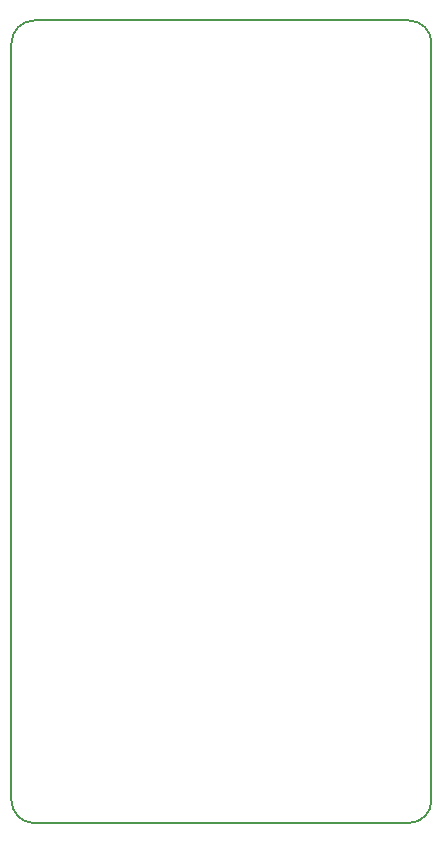
<source format=gm1>
%TF.GenerationSoftware,KiCad,Pcbnew,5.1.9*%
%TF.CreationDate,2021-04-30T01:58:32+02:00*%
%TF.ProjectId,project,70726f6a-6563-4742-9e6b-696361645f70,rev?*%
%TF.SameCoordinates,Original*%
%TF.FileFunction,Profile,NP*%
%FSLAX46Y46*%
G04 Gerber Fmt 4.6, Leading zero omitted, Abs format (unit mm)*
G04 Created by KiCad (PCBNEW 5.1.9) date 2021-04-30 01:58:32*
%MOMM*%
%LPD*%
G01*
G04 APERTURE LIST*
%TA.AperFunction,Profile*%
%ADD10C,0.150000*%
%TD*%
G04 APERTURE END LIST*
D10*
X267970000Y-104140000D02*
G75*
G02*
X266065000Y-106045000I-1905000J0D01*
G01*
X234315000Y-106045000D02*
G75*
G02*
X232410000Y-104140000I0J1905000D01*
G01*
X232410000Y-40005000D02*
G75*
G02*
X234315000Y-38100000I1905000J0D01*
G01*
X266065000Y-38100000D02*
G75*
G02*
X267970000Y-40005000I0J-1905000D01*
G01*
X267970000Y-40005000D02*
X267970000Y-104140000D01*
X234315000Y-38100000D02*
X266065000Y-38100000D01*
X232410000Y-59055000D02*
X232410000Y-40005000D01*
X232410000Y-104140000D02*
X232410000Y-59055000D01*
X266065000Y-106045000D02*
X234315000Y-106045000D01*
M02*

</source>
